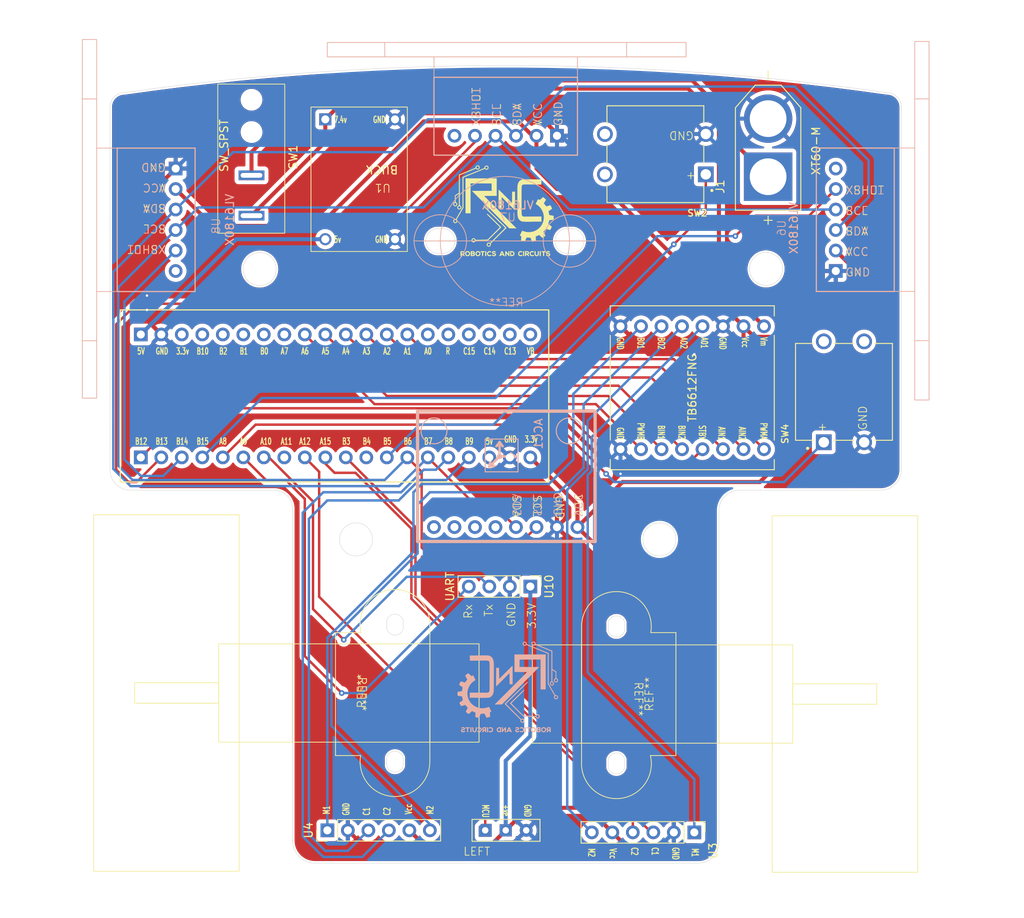
<source format=kicad_pcb>
(kicad_pcb (version 20241229) (generator "pcbnew") (generator_version "9.0")
  (layers (0 "F.Cu" signal) (2 "B.Cu" signal) (13 "F.Paste" user) (15 "B.Paste" user) (5 "F.SilkS" user "F.Silkscreen") (7 "B.SilkS" user "B.Silkscreen") (1 "F.Mask" user) (3 "B.Mask" user) (25 "Edge.Cuts" user))
  (net 0 "")
  (net 1 "3.3v")
  (net 2 "GND")
  (net 3 "SDA")
  (net 4 "SCL")
  (net 5 "push button")
  (net 6 "XSHUT 1")
  (net 7 "XSHUT 2")
  (net 10 "encoder A2")
  (net 11 "STBY")
  (net 12 "encoder A1")
  (net 13 "PWM B")
  (net 15 "encoder B1")
  (net 16 "XSHUT 3")
  (net 22 "BIN2")
  (net 24 "push button 1")
  (net 25 "encoder B2")
  (net 27 "BIN1")
  (net 28 "AIN1")
  (net 29 "AIN2")
  (net 30 "Tx")
  (net 31 "5v")
  (net 34 "PWM A")
  (net 35 "Rx")
  (net 39 "7.4vb")
  (net 40 "AO2")
  (net 41 "AO1")
  (net 42 "BO2")
  (net 43 "BO1")
  (net 44 "7.4v")
  (net 47 "slide_SW")
  (footprint "push button 1:SW_VS-1213-67-160GF" (layer "F.Cu") (at 152.654 33.274 180)
    (property "Reference" "SW2")
    (property "Value" "SW_Push")
  )
  (footprint "XT60:AMASS_XT60-M" (layer "F.Cu") (at 166.624 32.468 90)
    (property "Reference" "J1")
    (property "Value" "XT60-M")
  )
  (footprint "rnc:rnc3" (layer "F.Cu") (at 134.112 40.894)
    (property "Reference" "G***" (hide yes))
    (property "Value" "LOGO" (hide yes))
  )
  (footprint "n20 motor:n20 motor" (layer "F.Cu") (at 118.618 100.072268)
    (property "Reference" "REF**")
    (property "Value" "n20 motor")
  )
  (footprint "slide switch:SLIDE SW" (layer "F.Cu") (at 134.062 120.174)
    (property "Reference" "SW3" (hide yes))
    (property "Value" "SW_SPDT_312" (hide yes))
  )
  (footprint "Connector_PinHeader_2.54mm:PinHeader_1x06_P2.54mm_Vertical" (layer "F.Cu") (at 157.48 117.348 -90)
    (property "Reference" "U3")
    (property "Value" "N20 encoder right")
  )
  (footprint "STM32:STM32" (layer "F.Cu") (at 113.03 62.992)
    (property "Reference" "U2" (hide yes))
    (property "Value" "STM32 Blackpill" (hide yes))
  )
  (footprint "push button 1:SW_VS-1213-67-160GF" (layer "F.Cu") (at 176.022 62.738 90)
    (property "Reference" "SW4")
    (property "Value" "SW_Push")
  )
  (footprint "TB6612FNG:TB6612FNG" (layer "F.Cu") (at 157.226 62.23 -90)
    (property "Reference" "U5" (hide yes))
    (property "Value" "TB6612FNG")
  )
  (footprint "Connector_PinHeader_2.54mm:PinHeader_1x06_P2.54mm_Vertical" (layer "F.Cu") (at 112.014 117.094 90)
    (property "Reference" "U4")
    (property "Value" "N20 encoder left")
  )
  (footprint "Connector_PinHeader_2.54mm:PinHeader_1x04_P2.54mm_Vertical" (layer "F.Cu") (at 137.16 86.868 -90)
    (property "Reference" "U10")
    (property "Value" "UART")
  )
  (footprint "power switch:battery_sw" (layer "F.Cu") (at 102.616 33.709 90)
    (property "Reference" "SW1")
    (property "Value" "SW_SPST")
  )
  (footprint "n20 motor:n20 motor" (layer "F.Cu") (at 149.606 100.199268 180)
    (property "Reference" "REF**")
    (property "Value" "n20 motor")
  )
  (footprint "n20-bracket:Untitled" (layer "F.Cu") (at 152.403732 100.199268 90)
    (property "Reference" "REF**")
    (property "Value" "n20 bracket")
    (fp_line (start 7.874 -5.588) (end 8.89 -5.588) (stroke (width 0.05)) (layer "Edge.Cuts"))
    (fp_line (start -9.112731 -5.588) (end -8.096731 -5.588) (stroke (width 0.05)) (layer "Edge.Cuts"))
    (fp_line (start 7.874004 -3.556) (end 8.89 -3.556) (stroke (width 0.05)) (layer "Edge.Cuts"))
    (fp_line (start -9.112727 -3.556) (end -8.096731 -3.556) (stroke (width 0.05)) (layer "Edge.Cuts"))
    (fp_arc (start 8.89 -5.588) (mid 9.683269 -4.572) (end 8.89 -3.556) (stroke (width 0.05)) (layer "Edge.Cuts"))
    (fp_arc (start -8.096731 -5.588) (mid -7.303462 -4.572) (end -8.096731 -3.556) (stroke (width 0.05)) (layer "Edge.Cuts"))
    (fp_arc (start 7.874 -3.556) (mid 7.080731 -4.572) (end 7.874 -5.588) (stroke (width 0.05)) (layer "Edge.Cuts"))
    (fp_arc (start -9.112731 -3.556) (mid -9.906 -4.572) (end -9.112731 -5.588) (stroke (width 0.05)) (layer "Edge.Cuts"))
  )
  (footprint "n20-bracket:Untitled" (layer "F.Cu") (at 115.820268 100.203 -90)
    (property "Reference" "REF**")
    (property "Value" "n20 bracket")
    (fp_line (start -9.112727 -3.556) (end -8.096731 -3.556) (stroke (width 0.05)) (layer "Edge.Cuts"))
    (fp_line (start 7.874004 -3.556) (end 8.89 -3.556) (stroke (width 0.05)) (layer "Edge.Cuts"))
    (fp_line (start -9.112731 -5.588) (end -8.096731 -5.588) (stroke (width 0.05)) (layer "Edge.Cuts"))
    (fp_line (start 7.874 -5.588) (end 8.89 -5.588) (stroke (width 0.05)) (layer "Edge.Cuts"))
    (fp_arc (start -9.112731 -3.556) (mid -9.906 -4.572) (end -9.112731 -5.588) (stroke (width 0.05)) (layer "Edge.Cuts"))
    (fp_arc (start 7.874 -3.556) (mid 7.080731 -4.572) (end 7.874 -5.588) (stroke (width 0.05)) (layer "Edge.Cuts"))
    (fp_arc (start -8.096731 -5.588) (mid -7.303462 -4.572) (end -8.096731 -3.556) (stroke (width 0.05)) (layer "Edge.Cuts"))
    (fp_arc (start 8.89 -5.588) (mid 9.683269 -4.572) (end 8.89 -3.556) (stroke (width 0.05)) (layer "Edge.Cuts"))
  )
  (footprint "buck:buck" (layer "F.Cu") (at 117.348 33.274)
    (property "Reference" "U1")
    (property "Value" "BUCK")
  )
  (footprint "GY-521:GY-521_SMD" (layer "B.Cu") (at 123.19 81.28 90)
    (property "Reference" "ACC1")
    (property "Value" "GY-521")
  )
  (footprint "VL6180X:VL6180X" (layer "B.Cu") (at 98.928 41.406 -90)
    (property "Reference" "U8")
    (property "Value" "VL6180X")
  )
  (footprint "castor:castor" (layer "B.Cu") (at 134.1882 52.1605 180)
    (property "Reference" "REF**")
    (property "Value" "castor")
    (fp_line (start 7.669213 6.604) (end 8.685213 6.604) (stroke (width 0.05)) (layer "Edge.Cuts"))
    (fp_line (start 7.669212 9.651999) (end 8.685213 9.652) (stroke (width 0.05)) (layer "Edge.Cuts"))
    (fp_line (start -8.332787 6.604) (end -7.316787 6.604) (stroke (width 0.05)) (layer "Edge.Cuts"))
    (fp_line (start -8.332788 9.651999) (end -7.316787 9.652) (stroke (width 0.05)) (layer "Edge.Cuts"))
    (fp_arc (start 8.685213 6.604) (mid 9.976232 8.128) (end 8.685213 9.652) (stroke (width 0.05)) (layer "Edge.Cuts"))
    (fp_arc (start 7.669213 9.652) (mid 6.378189 8.128) (end 7.669213 6.604) (stroke (width 0.05)) (layer "Edge.Cuts"))
    (fp_arc (start -7.316787 6.604) (mid -6.025765 8.128) (end -7.316787 9.652) (stroke (width 0.05)) (layer "Edge.Cuts"))
    (fp_arc (start -8.332787 9.652) (mid -9.623809 8.128) (end -8.332787 6.604) (stroke (width 0.05)) (layer "Edge.Cuts"))
  )
  (footprint "VL6180X:VL6180X" (layer "B.Cu") (at 169.296 41.406 90)
    (property "Reference" "U6")
    (property "Value" "VL6180X")
  )
  (footprint "VL6180X:VL6180X" (layer "B.Cu") (at 134.108 36.698 180)
    (property "Reference" "U7")
    (property "Value" "VL6180X")
  )
  (footprint "rnc:rnc3" (layer "B.Cu") (at 134.084793 99.915692 180)
    (property "Reference" "G***" (hide yes))
    (property "Value" "LOGO" (hide yes))
  )
  (gr_line (start 87.63 74.93) (end 105.41 74.93) (stroke (width 0.05)) (layer "Edge.Cuts"))
  (gr_circle (center 115.57 81.026) (end 117.62 81.026) (stroke (width 0.05)) (fill no) (layer "Edge.Cuts"))
  (gr_arc (start 86.867203 25.64844) (mid 134.111597 22.280613) (end 181.356 25.648326) (stroke (width 0.05)) (layer "Edge.Cuts"))
  (gr_arc (start 181.356 25.648326) (mid 182.617248 26.170752) (end 183.139674 27.432) (stroke (width 0.05)) (layer "Edge.Cuts"))
  (gr_arc (start 85.08444 27.432) (mid 85.606553 26.171112) (end 86.867209 25.64844) (stroke (width 0.05)) (layer "Edge.Cuts"))
  (gr_line (start 85.08444 27.432) (end 85.09 72.39) (stroke (width 0.05)) (layer "Edge.Cuts"))
  (gr_circle (center 153.162 81.026) (end 155.212 81.026) (stroke (width 0.05)) (fill no) (layer "Edge.Cuts"))
  (gr_line (start 160.528 77.47) (end 160.528 118.618) (stroke (width 0.05)) (layer "Edge.Cuts"))
  (gr_arc (start 87.63 74.93) (mid 85.833949 74.186051) (end 85.09 72.39) (stroke (width 0.05)) (layer "Edge.Cuts"))
  (gr_arc (start 105.41 74.93) (mid 107.026446 75.599554) (end 107.696 77.216) (stroke (width 0.05)) (layer "Edge.Cuts"))
  (gr_line (start 183.138774 72.379636) (end 183.139674 27.432) (stroke (width 0.05)) (layer "Edge.Cuts"))
  (gr_circle (center 103.632 47.516) (end 105.682 47.516) (stroke (width 0.05)) (fill no) (layer "Edge.Cuts"))
  (gr_arc (start 160.528 118.618) (mid 159.784051 120.414051) (end 157.988 121.158) (stroke (width 0.05)) (layer "Edge.Cuts"))
  (gr_line (start 107.696 77.216) (end 107.696 118.364) (stroke (width 0.05)) (layer "Edge.Cuts"))
  (gr_arc (start 110.49 121.158) (mid 108.514344 120.339656) (end 107.696 118.364) (stroke (width 0.05)) (layer "Edge.Cuts"))
  (gr_line (start 180.598774 74.919573) (end 163.068 74.93) (stroke (width 0.05)) (layer "Edge.Cuts"))
  (gr_line (start 110.49 121.158) (end 157.988 121.158) (stroke (width 0.05)) (layer "Edge.Cuts"))
  (gr_circle (center 166.37 47.498) (end 168.42 47.498) (stroke (width 0.05)) (fill no) (layer "Edge.Cuts"))
  (gr_arc (start 160.528 77.47) (mid 161.271949 75.673949) (end 163.068 74.93) (stroke (width 0.05)) (layer "Edge.Cuts"))
  (gr_arc (start 183.138774 72.379636) (mid 182.394825 74.175687) (end 180.598774 74.919636) (stroke (width 0.05)) (layer "Edge.Cuts"))
  (gr_text "Tx" (at 132.588 90.678 90) (layer "F.SilkS") (effects (font (size 1 1) (thickness 0.1)) (justify left bottom)))
  (gr_text "3.3V\n" (at 137.922 92.202 90) (layer "F.SilkS") (effects (font (size 1 1) (thickness 0.1)) (justify left bottom)))
  (gr_text "Rx" (at 130.048 90.932 90) (layer "F.SilkS") (effects (font (size 1 1) (thickness 0.1)) (justify left bottom)))
  (gr_text "GND" (at 135.382 91.948 90) (layer "F.SilkS") (effects (font (size 1 1) (thickness 0.1)) (justify left bottom)))
  (segment (start 148.59 73.914) (end 143.002 79.502) (width 0.5) (layer "F.Cu") (net 1))
  (segment (start 137.93 32.52) (end 137.93 35.052) (width 0.5) (layer "F.Cu") (net 1))
  (segment (start 137.93 35.052) (end 140.47 37.592) (width 0.5) (layer "F.Cu") (net 1))
  (segment (start 170.911 55.911) (end 177.546 49.276) (width 0.5) (layer "F.Cu") (net 1))
  (segment (start 165.608 73.914) (end 148.59 73.914) (width 0.5) (layer "F.Cu") (net 1))
  (segment (start 177.546 47.76) (end 175.006 45.22) (width 0.5) (layer "F.Cu") (net 1))
  (segment (start 97.79 42.164) (end 110.998 42.164) (width 0.5) (layer "F.Cu") (net 1))
  (segment (start 168.402 65.024) (end 168.402 71.12) (width 0.5) (layer "F.Cu") (net 1))
  (segment (start 144.272 114.3) (end 147.32 117.348) (width 0.5) (layer "F.Cu") (net 1))
  (segment (start 134.112 117.094) (end 136.906 114.3) (width 0.5) (layer "F.Cu") (net 1))
  (segment (start 137.922 32.512) (end 137.93 32.52) (width 0.5) (layer "F.Cu") (net 1))
  (segment (start 157.988 119.888) (end 159.512 118.364) (width 0.5) (layer "F.Cu") (net 1))
  (segment (start 143.002 76.708) (end 143.002 79.502) (width 0.5) (layer "F.Cu") (net 1))
  (segment (start 168.402 71.12) (end 165.608 73.914) (width 0.5) (layer "F.Cu") (net 1))
  (segment (start 163.576 54.61) (end 163.576 60.198) (width 0.5) (layer "F.Cu") (net 1))
  (segment (start 137.16 70.866) (end 143.002 76.708) (width 0.5) (layer "F.Cu") (net 1))
  (segment (start 110.998 42.164) (end 123.952 29.21) (width 0.5) (layer "F.Cu") (net 1))
  (segment (start 159.512 96.012) (end 143.002 79.502) (width 0.5) (layer "F.Cu") (net 1))
  (segment (start 177.546 49.276) (end 177.546 47.76) (width 0.5) (layer "F.Cu") (net 1))
  (segment (start 136.906 114.3) (end 144.272 114.3) (width 0.5) (layer "F.Cu") (net 1))
  (segment (start 149.86 119.888) (end 157.988 119.888) (width 0.5) (layer "F.Cu") (net 1))
  (segment (start 159.512 118.364) (end 159.512 96.012) (width 0.5) (layer "F.Cu") (net 1))
  (segment (start 147.32 117.348) (end 149.86 119.888) (width 0.5) (layer "F.Cu") (net 1))
  (segment (start 135.636 29.21) (end 137.922 31.496) (width 0.5) (layer "F.Cu") (net 1))
  (segment (start 140.47 37.592) (end 146.558 37.592) (width 0.5) (layer "F.Cu") (net 1))
  (segment (start 93.218 37.592) (end 97.79 42.164) (width 0.5) (layer "F.Cu") (net 1))
  (segment (start 146.558 37.592) (end 163.576 54.61) (width 0.5) (layer "F.Cu") (net 1))
  (segment (start 163.576 54.61) (end 164.877 55.911) (width 0.5) (layer "F.Cu") (net 1))
  (segment (start 163.576 60.198) (end 168.402 65.024) (width 0.5) (layer "F.Cu") (net 1))
  (segment (start 164.877 55.911) (end 170.911 55.911) (width 0.5) (layer "F.Cu") (net 1))
  (segment (start 137.922 31.496) (end 137.922 32.512) (width 0.5) (layer "F.Cu") (net 1))
  (segment (start 123.952 29.21) (end 135.636 29.21) (width 0.5) (layer "F.Cu") (net 1))
  (segment (start 134.112 117.094) (end 132.08 119.126) (width 0.5) (layer "F.Cu") (net 1))
  (segment (start 132.08 119.126) (end 124.206 119.126) (width 0.5) (layer "F.Cu") (net 1))
  (segment (start 124.206 119.126) (end 122.174 117.094) (width 0.5) (layer "F.Cu") (net 1))
  (segment (start 137.16 86.868) (end 137.16 105.41) (width 0.5) (layer "B.Cu") (net 1))
  (segment (start 134.112 108.458) (end 134.112 117.094) (width 0.5) (layer "B.Cu") (net 1))
  (segment (start 137.16 105.41) (end 134.112 108.458) (width 0.5) (layer "B.Cu") (net 1))
  (segment (start 180.594 66.916) (end 178.522 68.988) (width 0.5) (layer "F.Cu") (net 2))
  (segment (start 136.144 26.416) (end 140.462 30.734) (width 0.5) (layer "F.Cu") (net 2))
  (segment (start 89.662 38.608) (end 93.218 35.052) (width 0.5) (layer "F.Cu") (net 2))
  (segment (start 151.799 58.073) (end 157.48 58.073) (width 0.5) (layer "F.Cu") (net 2))
  (segment (start 122.936 26.416) (end 136.144 26.416) (width 0.5) (layer "F.Cu") (net 2))
  (segment (start 148.336 54.61) (end 151.799 58.073) (width 0.5) (layer "F.Cu") (net 2))
  (segment (start 180.594 37.084) (end 180.594 66.916) (width 0.5) (layer "F.Cu") (net 2))
  (segment (start 157.573 58.073) (end 161.036 54.61) (width 0.5) (layer "F.Cu") (net 2))
  (segment (start 114.554 117.094) (end 117.602 120.142) (width 0.5) (layer "F.Cu") (net 2))
  (segment (start 134.62 85.344) (end 140.462 79.502) (width 0.5) (layer "F.Cu") (net 2))
  (segment (start 147.535 73.699) (end 148.336 72.898) (width 0.5) (layer "F.Cu") (net 2))
  (segment (start 91.44 55.626) (end 89.662 53.848) (width 0.5) (layer "F.Cu") (net 2))
  (segment (start 140.462 76.708) (end 140.462 79.502) (width 0.5) (layer "F.Cu") (net 2))
  (segment (start 117.602 120.142) (end 133.604 120.142) (width 0.5) (layer "F.Cu") (net 2))
  (segment (start 140.462 79.502) (end 143.764 82.804) (width 0.5) (layer "F.Cu") (net 2))
  (segment (start 140.462 30.734) (end 140.462 30.988) (width 0.5) (layer "F.Cu") (net 2))
  (segment (start 154.94 107.95) (end 154.94 117.348) (width 0.5) (layer "F.Cu") (net 2))
  (segment (start 89.662 53.848) (end 89.662 52.578) (width 0.5) (layer "F.Cu") (net 2))
  (segment (start 166.624 28.868) (end 170.522 32.766) (width 0.5) (layer "F.Cu") (net 2))
  (segment (start 143.041 73.699) (end 147.535 73.699) (width 0.5) (layer "F.Cu") (net 2))
  (segment (start 134.62 70.866) (end 136.652 68.834) (width 0.5) (layer "F.Cu") (net 2))
  (segment (start 134.62 86.868) (end 134.62 85.344) (width 0.5) (layer "F.Cu") (net 2))
  (segment (start 136.652 68.834) (end 138.176 68.834) (width 0.5) (layer "F.Cu") (net 2))
  (segment (start 143.764 82.804) (end 143.764 96.774) (width 0.5) (layer "F.Cu") (net 2))
  (segment (start 176.276 32.766) (end 180.594 37.084) (width 0.5) (layer "F.Cu") (net 2))
  (segment (start 134.62 70.866) (end 140.462 76.708) (width 0.5) (layer "F.Cu") (net 2))
  (segment (start 138.176 68.834) (end 143.041 73.699) (width 0.5) (layer "F.Cu") (net 2))
  (segment (start 170.522 32.766) (end 176.276 32.766) (width 0.5) (layer "F.Cu") (net 2))
  (segment (start 133.604 120.142) (end 136.652 117.094) (width 0.5) (layer "F.Cu") (net 2))
  (segment (start 143.764 96.774) (end 154.94 107.95) (width 0.5) (layer "F.Cu") (net 2))
  (segment (start 157.48 58.073) (end 157.573 58.073) (width 0.5) (layer "F.Cu") (net 2))
  (segment (start 120.396 28.956) (end 122.936 26.416) (width 0.5) (layer "F.Cu") (net 2))
  (segment (start 89.662 50.8) (end 89.662 38.608) (width 0.5) (layer "F.Cu") (net 2))
  (via (at 89.662 50.8) (size 0.7) (drill 0.3) (layers "F.Cu" "B.Cu") (net 2))
  (via (at 89.662 52.578) (size 0.7) (drill 0.3) (layers "F.Cu" "B.Cu") (net 2))
  (via (at 148.336 72.898) (size 0.7) (drill 0.3) (layers "F.Cu" "B.Cu") (net 2))
  (via (at 157.48 58.073) (size 0.7) (drill 0.3) (layers "F.Cu" "B.Cu") (net 2))
  (segment (start 93.218 35.052) (end 99.568 28.702) (width 0.5) (layer "B.Cu") (net 2))
  (segment (start 140.462 113.284) (end 140.462 79.502) (width 0.5) (layer "B.Cu") (net 2))
  (segment (start 140.97 30.988) (end 143.256 33.274) (width 0.5) (layer "B.Cu") (net 2))
  (segment (start 136.652 117.094) (end 139.192 119.634) (width 0.5) (layer "B.Cu") (net 2))
  (segment (start 152.654 119.634) (end 154.94 117.348) (width 0.5) (layer "B.Cu") (net 2))
  (segment (start 176.53 53.34) (end 176.53 66.996) (width 0.5) (layer "B.Cu") (net 2))
  (segment (start 162.56 53.086) (end 169.672 53.086) (width 0.5) (layer "B.Cu") (net 2))
  (segment (start 149.387331 30.774) (end 158.904 30.774) (width 0.5) (layer "B.Cu") (net 2))
  (segment (start 136.652 117.094) (end 140.462 113.284) (width 0.5) (layer "B.Cu") (net 2))
  (segment (start 175.006 51.816) (end 176.53 53.34) (width 0.5) (layer "B.Cu") (net 2))
  (segment (start 161.036 54.61) (end 162.56 53.086) (width 0.5) (layer "B.Cu") (net 2))
  (segment (start 176.53 66.996) (end 178.522 68.988) (width 0.5) (layer "B.Cu") (net 2))
  (segment (start 143.256 33.274) (end 146.887331 33.274) (width 0.5) (layer "B.Cu") (net 2))
  (segment (start 112.395 51.816) (end 120.396 43.815) (width 0.5) (layer "B.Cu") (net 2))
  (segment (start 140.462 30.988) (end 140.97 30.988) (width 0.5) (layer "B.Cu") (net 2))
  (segment (start 91.44 55.626) (end 95.25 51.816) (width 0.5) (layer "B.Cu") (net 2))
  (segment (start 169.672 53.086) (end 174.998 47.76) (width 0.5) (layer "B.Cu") (net 2))
  (segment (start 99.568 28.702) (end 105.918 28.702) (width 0.5) (layer "B.Cu") (net 2))
  (segment (start 146.887331 33.274) (end 149.387331 30.774) (width 0.5) (layer "B.Cu") (net 2))
  (segment (start 139.192 119.634) (end 152.654 119.634) (width 0.5) (layer "B.Cu") (net 2))
  (segment (start 158.904 30.774) (end 160.81 28.868) (width 0.5) (layer "B.Cu") (net 2))
  (segment (start 95.25 51.816) (end 112.395 51.816) (width 0.5) (layer "B.Cu") (net 2))
  (segment (start 148.336 69.85) (end 157.48 60.706) (width 0.5) (layer "B.Cu") (net 2))
  (segment (start 174.998 47.76) (end 175.006 47.76) (width 0.5) (layer "B.Cu") (net 2))
  (segment (start 175.006 47.76) (end 175.006 51.816) (width 0.5) (layer "B.Cu") (net 2))
  (segment (start 105.918 28.702) (end 108.712 31.496) (width 0.5) (layer "B.Cu") (net 2))
  (segment (start 117.856 31.496) (end 120.396 28.956) (width 0.5) (layer "B.Cu") (net 2))
  (segment (start 148.336 69.85) (end 148.336 72.898) (width 0.5) (layer "B.Cu") (net 2))
  (segment (start 108.712 31.496) (end 117.856 31.496) (width 0.5) (layer "B.Cu") (net 2))
  (segment (start 157.48 60.706) (end 157.48 58.073) (width 0.5) (layer "B.Cu") (net 2))
  (segment (start 160.81 28.868) (end 166.624 28.868) (width 0.5) (layer "B.Cu") (net 2))
  (segment (start 89.662 52.578) (end 89.662 50.8) (width 0.5) (layer "B.Cu") (net 2))
  (segment (start 130.302 76.708) (end 124.46 70.866) (width 0.3) (layer "F.Cu") (net 3))
  (segment (start 135.382 79.502) (end 132.588 76.708) (width 0.3) (layer "F.Cu") (net 3))
  (segment (start 132.588 76.708) (end 130.302 76.708) (width 0.3) (layer "F.Cu") (net 3))
  (segment (start 93.218 40.132) (end 85.491966 47.858034) (width 0.3) (layer "B.Cu") (net 3))
  (segment (start 87.63 74.422) (end 120.904 74.422) (width 0.3) (layer "B.Cu") (net 3))
  (segment (start 133.35 28.956) (end 135.382 30.988) (width 0.3) (layer "B.Cu") (net 3))
  (segment (start 175.006 42.68) (end 179.07 38.616) (width 0.3) (layer "B.Cu") (net 3))
  (segment (start 141.478 24.892) (end 135.382 30.988) (width 0.3) (layer "B.Cu") (net 3))
  (segment (start 135.382 30.988) (end 135.382 30.734) (width 0.3) (layer "B.Cu") (net 3))
  (segment (start 100.33 33.02) (end 120.396 33.02) (width 0.3) (layer "B.Cu") (net 3))
  (segment (start 85.491966 47.858034) (end 85.494988 72.286988) (width 0.3) (layer "B.Cu") (net 3))
  (segment (start 120.904 74.422) (end 124.46 70.866) (width 0.3) (layer "B.Cu") (net 3))
  (segment (start 120.396 33.02) (end 124.46 28.956) (width 0.3) (layer "B.Cu") (net 3))
  (segment (start 124.46 28.956) (end 133.35 28.956) (width 0.3) (layer "B.Cu") (net 3))
  (segment (start 179.07 38.616) (end 179.07 34.036) (width 0.3) (layer "B.Cu") (net 3))
  (segment (start 93.218 40.132) (end 100.33 33.02) (width 0.3) (layer "B.Cu") (net 3))
  (segment (start 169.926 24.892) (end 141.478 24.892) (width 0.3) (layer "B.Cu") (net 3))
  (segment (start 85.494988 72.286988) (end 87.63 74.422) (width 0.3) (layer "B.Cu") (net 3))
  (segment (start 179.07 34.036) (end 169.926 24.892) (width 0.3) (layer "B.Cu") (net 3))
  (segment (start 134.112 83.312) (end 137.922 79.502) (width 0.3) (layer "F.Cu") (net 4))
  (segment (start 123.698 82.042) (end 124.968 83.312) (width 0.3) (layer "F.Cu") (net 4))
  (segment (start 121.92 70.866) (end 123.698 72.644) (width 0.3) (layer "F.Cu") (net 4))
  (segment (start 123.698 72.644) (end 123.698 82.042) (width 0.3) (layer "F.Cu") (net 4))
  (segment (start 124.968 83.312) (end 134.112 83.312) (width 0.3) (layer "F.Cu") (net 4))
  (segment (start 86.106 49.784) (end 86.106 71.882) (width 0.3) (layer "B.Cu") (net 4))
  (segment (start 175.006 40.14) (end 141.994 40.14) (width 0.3) (layer "B.Cu") (net 4))
  (segment (start 141.994 40.14) (end 132.842 30.988) (width 0.3) (layer "B.Cu") (net 4))
  (segment (start 93.218 42.672) (end 86.106 49.784) (width 0.3) (layer "B.Cu") (net 4))
  (segment (start 86.106 71.882) (end 87.884 73.66) (width 0.3) (layer "B.Cu") (net 4))
  (segment (start 123.952 39.878) (end 132.842 30.988) (width 0.3) (layer "B.Cu") (net 4))
  (segment (start 119.126 73.66) (end 121.92 70.866) (width 0.3) (layer "B.Cu") (net 4))
  (segment (start 96.012 39.878) (end 123.952 39.878) (width 0.3) (layer "B.Cu") (net 4))
  (segment (start 87.884 73.66) (end 119.126 73.66) (width 0.3) (layer "B.Cu") (net 4))
  (segment (start 93.218 42.672) (end 96.012 39.878) (width 0.3) (layer "B.Cu") (net 4))
  (segment (start 140.462 66.802) (end 103.124 66.802) (width 0.3) (layer "F.Cu") (net 5))
  (segment (start 103.124 66.802) (end 99.06 70.866) (width 0.3) (layer "F.Cu") (net 5))
  (segment (start 146.558 72.898) (end 140.462 66.802) (width 0.3) (layer "F.Cu") (net 5))
  (via (at 146.558 72.898) (size 0.7) (drill 0.3) (layers "F.Cu" "B.Cu") (net 5))
  (segment (start 147.574 73.914) (end 146.558 72.898) (width 0.3) (layer "B.Cu") (net 5))
  (segment (start 173.522 68.988) (end 168.596 73.914) (width 0.3) (layer "B.Cu") (net 5))
  (segment (start 168.596 73.914) (end 147.574 73.914) (width 0.3) (layer "B.Cu") (net 5))
  (segment (start 88.392 51.816) (end 85.852 54.356) (width 0.3) (layer "F.Cu") (net 6))
  (segment (start 130.302 31.75) (end 110.236 51.816) (width 0.3) (layer "F.Cu") (net 6))
  (segment (start 130.302 30.988) (end 130.302 31.75) (width 0.3) (layer "F.Cu") (net 6))
  (segment (start 88.392 73.914) (end 91.44 70.866) (width 0.3) (layer "F.Cu") (net 6))
  (segment (start 85.852 72.39) (end 87.376 73.914) (width 0.3) (layer "F.Cu") (net 6))
  (segment (start 87.376 73.914) (end 88.392 73.914) (width 0.3) (layer "F.Cu") (net 6))
  (segment (start 85.852 54.356) (end 85.852 72.39) (width 0.3) (layer "F.Cu") (net 6))
  (segment (start 110.236 51.816) (end 88.392 51.816) (width 0.3) (layer "F.Cu") (net 6))
  (segment (start 86.868 51.562) (end 86.868 71.12) (width 0.3) (layer "B.Cu") (net 7))
  (segment (start 93.218 45.212) (end 86.868 51.562) (width 0.3) (layer "B.Cu") (net 7))
  (segment (start 91.687 73.159) (end 93.98 70.866) (width 0.3) (layer "B.Cu") (net 7))
  (segment (start 88.907 73.159) (end 91.687 73.159) (width 0.3) (layer "B.Cu") (net 7))
  (segment (start 86.868 71.12) (end 88.907 73.159) (width 0.3) (layer "B.Cu") (net 7))
  (segment (start 129.54 70.866) (end 126.739 73.667) (width 0.3) (layer "B.Cu") (net 10))
  (segment (start 114.554 119.634) (end 117.094 117.094) (width 0.3) (layer "B.Cu") (net 10))
  (segment (start 112.014 76.2) (end 109.728 78.486) (width 0.3) (layer "B.Cu") (net 10))
  (segment (start 120.85052 76.2) (end 112.014 76.2) (width 0.3) (layer "B.Cu") (net 10))
  (segment (start 109.728 78.486) (end 109.728 117.602) (width 0.3) (layer "B.Cu") (net 10))
  (segment (start 126.739 73.667) (end 123.38352 73.667) (width 0.3) (layer "B.Cu") (net 10))
  (segment (start 111.76 119.634) (end 114.554 119.634) (width 0.3) (layer "B.Cu") (net 10))
  (segment (start 123.38352 73.667) (end 120.85052 76.2) (width 0.3) (layer "B.Cu") (net 10))
  (segment (start 109.728 117.602) (end 111.76 119.634) (width 0.3) (layer "B.Cu") (net 10))
  (segment (start 94.996 64.77) (end 140.97 64.77) (width 0.3) (layer "F.Cu") (net 11))
  (segment (start 156.464 71.882) (end 158.496 69.85) (width 0.3) (layer "F.Cu") (net 11))
  (segment (start 88.9 70.866) (end 94.996 64.77) (width 0.3) (layer "F.Cu") (net 11))
  (segment (start 140.97 64.77) (end 148.082 71.882) (width 0.3) (layer "F.Cu") (net 11))
  (segment (start 148.082 71.882) (end 156.464 71.882) (width 0.3) (layer "F.Cu") (net 11))
  (segment (start 122.936 88.138) (end 152.146 117.348) (width 0.3) (layer "F.Cu") (net 12))
  (segment (start 122.936 79.502) (end 122.936 88.138) (width 0.3) (layer "F.Cu") (net 12))
  (segment (start 152.146 117.348) (end 152.4 117.348) (width 0.3) (layer "F.Cu") (net 12))
  (segment (start 114.3 70.866) (end 122.936 79.502) (width 0.3) (layer "F.Cu") (net 12))
  (segment (start 145.288 64.262) (end 150.876 69.85) (width 0.3) (layer "F.Cu") (net 13))
  (segment (start 117.856 64.262) (end 145.288 64.262) (width 0.3) (layer "F.Cu") (net 13))
  (segment (start 109.22 55.626) (end 117.856 64.262) (width 0.3) (layer "F.Cu") (net 13))
  (segment (start 122.428 79.70252) (end 122.428 88.392) (width 0.3) (layer "F.Cu") (net 15))
  (segment (start 111.76 70.866) (end 111.76 71.628) (width 0.3) (layer "F.Cu") (net 15))
  (segment (start 115.49648 72.771) (end 122.428 79.70252) (width 0.3) (layer "F.Cu") (net 15))
  (segment (start 122.428 88.392) (end 149.86 115.824) (width 0.3) (layer "F.Cu") (net 15))
  (segment (start 111.76 71.628) (end 112.903 72.771) (width 0.3) (layer "F.Cu") (net 15))
  (segment (start 149.86 115.824) (end 149.86 117.348) (width 0.3) (layer "F.Cu") (net 15))
  (segment (start 112.903 72.771) (end 115.49648 72.771) (width 0.3) (layer "F.Cu") (net 15))
  (segment (start 165.1 40.894) (end 162.56 43.434) (width 0.3) (layer "F.Cu") (net 16))
  (segment (start 175.006 37.6) (end 171.712 40.894) (width 0.3) (layer "F.Cu") (net 16))
  (segment (start 171.712 40.894) (end 165.1 40.894) (width 0.3) (layer "F.Cu") (net 16))
  (via (at 162.56 43.434) (size 0.7) (drill 0.3) (layers "F.Cu" "B.Cu") (net 16))
  (segment (start 103.886 63.5) (end 96.52 70.866) (width 0.3) (layer "B.Cu") (net 16))
  (segment (start 152.908 43.434) (end 132.842 63.5) (width 0.3) (layer "B.Cu") (net 16))
  (segment (start 132.842 63.5) (end 103.886 63.5) (width 0.3) (layer "B.Cu") (net 16))
  (segment (start 162.56 43.434) (end 152.908 43.434) (width 0.3) (layer "B.Cu") (net 16))
  (segment (start 146.812 63.246) (end 153.416 69.85) (width 0.3) (layer "F.Cu") (net 22))
  (segment (start 119.38 63.246) (end 146.812 63.246) (width 0.3) (layer "F.Cu") (net 22))
  (segment (start 111.76 55.626) (end 119.38 63.246) (width 0.3) (layer "F.Cu") (net 22))
  (segment (start 158.904 40.486) (end 158.904 35.774) (width 0.3) (layer "F.Cu") (net 24))
  (segment (start 154.94 44.45) (end 158.904 40.486) (width 0.3) (layer "F.Cu") (net 24))
  (via (at 154.94 44.45) (size 0.7) (drill 0.3) (layers "F.Cu" "B.Cu") (net 24))
  (segment (start 123.444 66.802) (end 132.588 66.802) (width 0.3) (layer "B.Cu") (net 24))
  (segment (start 132.588 66.802) (end 154.94 44.45) (width 0.3) (layer "B.Cu") (net 24))
  (segment (start 119.38 70.866) (end 123.444 66.802) (width 0.3) (layer "B.Cu") (net 24))
  (segment (start 127 70.866) (end 125.476 72.39) (width 0.3) (layer "B.Cu") (net 25))
  (segment (start 123.952 72.39) (end 121.158 75.184) (width 0.3) (layer "B.Cu") (net 25))
  (segment (start 111.506 120.396) (end 116.332 120.396) (width 0.3) (layer "B.Cu") (net 25))
  (segment (start 111.506 75.184) (end 108.966 77.724) (width 0.3) (layer "B.Cu") (net 25))
  (segment (start 121.158 75.184) (end 111.506 75.184) (width 0.3) (layer "B.Cu") (net 25))
  (segment (start 108.966 77.724) (end 108.966 117.856) (width 0.3) (layer "B.Cu") (net 25))
  (segment (start 108.966 117.856) (end 111.506 120.396) (width 0.3) (layer "B.Cu") (net 25))
  (segment (start 116.332 120.396) (end 119.634 117.094) (width 0.3) (layer "B.Cu") (net 25))
  (segment (start 125.476 72.39) (end 123.952 72.39) (width 0.3) (layer "B.Cu") (net 25))
  (segment (start 148.082 61.976) (end 155.956 69.85) (width 0.3) (layer "F.Cu") (net 27))
  (segment (start 114.3 55.626) (end 120.65 61.976) (width 0.3) (layer "F.Cu") (net 27))
  (segment (start 120.65 61.976) (end 148.082 61.976) (width 0.3) (layer "F.Cu") (net 27))
  (segment (start 116.84 55.626) (end 122.174 60.96) (width 0.3) (layer "F.Cu") (net 28))
  (segment (start 122.174 60.96) (end 152.146 60.96) (width 0.3) (layer "F.Cu") (net 28))
  (segment (start 152.146 60.96) (end 161.036 69.85) (width 0.3) (layer "F.Cu") (net 28))
  (segment (start 153.416 59.69) (end 163.576 69.85) (width 0.3) (layer "F.Cu") (net 29))
  (segment (start 119.38 55.626) (end 123.444 59.69) (width 0.3) (layer "F.Cu") (net 29))
  (segment (start 123.444 59.69) (end 153.416 59.69) (width 0.3) (layer "F.Cu") (net 29))
  (segment (start 109.22 76.014911) (end 106.865089 73.66) (width 0.3) (layer "F.Cu") (net 30))
  (segment (start 113.792 100.076) (end 109.22 95.504) (width 0.3) (layer "F.Cu") (net 30))
  (segment (start 104.394 73.66) (end 101.6 70.866) (width 0.3) (layer "F.Cu") (net 30))
  (segment (start 109.22 95.504) (end 109.22 76.014911) (width 0.3) (layer "F.Cu") (net 30))
  (segment (start 106.865089 73.66) (end 104.394 73.66) (width 0.3) (layer "F.Cu") (net 30))
  (via (at 113.792 100.076) (size 0.7) (drill 0.3) (layers "F.Cu" "B.Cu") (net 30))
  (segment (start 116.332 100.076) (end 113.792 100.076) (width 0.3) (layer "B.Cu") (net 30))
  (segment (start 129.54 86.868) (end 116.332 100.076) (width 0.3) (layer "B.Cu") (net 30))
  (segment (start 88.9 55.626) (end 100.711 43.815) (width 0.5) (layer "B.Cu") (net 31))
  (segment (start 100.711 43.815) (end 111.76 43.815) (width 0.5) (layer "B.Cu") (net 31))
  (segment (start 154.94 58.674) (end 166.116 69.85) (width 0.3) (layer "F.Cu") (net 34))
  (segment (start 121.92 55.626) (end 124.968 58.674) (width 0.3) (layer "F.Cu") (net 34))
  (segment (start 124.968 58.674) (end 154.94 58.674) (width 0.3) (layer "F.Cu") (net 34))
  (segment (start 110.236 89.662) (end 110.236 76.32239) (width 0.3) (layer "F.Cu") (net 35))
  (segment (start 114.046 93.472) (end 110.236 89.662) (width 0.3) (layer "F.Cu") (net 35))
  (segment (start 104.77961 70.866) (end 104.14 70.866) (width 0.3) (layer "F.Cu") (net 35))
  (segment (start 110.236 76.32239) (end 104.77961 70.866) (width 0.3) (layer "F.Cu") (net 35))
  (via (at 114.046 93.472) (size 0.7) (drill 0.3) (layers "F.Cu" "B.Cu") (net 35))
  (segment (start 130.879 85.667) (end 121.851 85.667) (width 0.3) (layer "B.Cu") (net 35))
  (segment (start 121.851 85.667) (end 114.046 93.472) (width 0.3) (layer "B.Cu") (net 35))
  (segment (start 132.08 86.868) (end 130.879 85.667) (width 0.3) (layer "B.Cu") (net 35))
  (segment (start 160.528 49.022) (end 166.116 54.61) (width 0.5) (layer "F.Cu") (net 39))
  (segment (start 111.76 31.75) (end 111.76 28.956) (width 0.5) (layer "F.Cu") (net 39))
  (segment (start 102.616 40.894) (end 111.76 31.75) (width 0.5) (layer "F.Cu") (net 39))
  (segment (start 156.718 25.146) (end 160.528 28.956) (width 0.5) (layer "F.Cu") (net 39))
  (segment (start 160.528 28.956) (end 160.528 49.022) (width 0.5) (layer "F.Cu") (net 39))
  (segment (start 111.76 28.956) (end 115.57 25.146) (width 0.5) (layer "F.Cu") (net 39))
  (segment (start 115.57 25.146) (end 156.718 25.146) (width 0.5) (layer "F.Cu") (net 39))
  (segment (start 143.97152 72.637) (end 141.732 74.87652) (width 0.3) (layer "B.Cu") (net 40))
  (segment (start 141.732 74.87652) (end 141.732 114.3) (width 0.3) (layer "B.Cu") (net 40))
  (segment (start 144.265 66.301) (end 144.265 71.92848) (width 0.3) (layer "B.Cu") (net 40))
  (segment (start 155.956 54.61) (end 144.265 66.301) (width 0.3) (layer "B.Cu") (net 40))
  (segment (start 144.265 72.34352) (end 144.265 72.343521) (width 0.3) (layer "B.Cu") (net 40))
  (segment (start 141.732 114.3) (end 144.78 117.348) (width 0.3) (layer "B.Cu") (net 40))
  (segment (start 144.265 71.92848) (end 144.265 72.34352) (width 0.3) (layer "B.Cu") (net 40))
  (segment (start 144.265 72.34352) (end 143.971521 72.637) (width 0.3) (layer "B.Cu") (net 40))
  (segment (start 143.971521 72.637) (end 143.97152 72.637) (width 0.3) (layer "B.Cu") (net 40))
  (segment (start 144.472522 72.844522) (end 144.272 73.045044) (width 0.3) (layer "B.Cu") (net 41))
  (segment (start 144.766 68.34) (end 144.766 71.720959) (width 0.3) (layer "B.Cu") (net 41))
  (segment (start 144.766 72.135999) (end 144.766 72.136001) (width 0.3) (layer "B.Cu") (net 41))
  (segment (start 144.272 73.045044) (end 144.272 97.536) (width 0.3) (layer "B.Cu") (net 41))
  (segment (start 157.48 110.744) (end 157.48 117.348) (width 0.3) (layer "B.Cu") (net 41))
  (segment (start 144.766 72.551041) (end 144.766 72.551042) (width 0.3) (layer "B.Cu") (net 41))
  (segment (start 144.766 72.551041) (end 144.766 72.55104) (width 0.3) (layer "B.Cu") (net 41))
  (segment (start 158.496 54.61) (end 144.766 68.34) (width 0.3) (layer "B.Cu") (net 41))
  (segment (start 144.472521 72.84452) (end 144.472522 72.844522) (width 0.3) (layer "B.Cu") (net 41))
  (segment (start 144.766 71.720959) (end 144.766 72.135999) (width 0.3) (layer "B.Cu") (net 41))
  (segment (start 144.272 97.536) (end 157.48 110.744) (width 0.3) (layer "B.Cu") (net 41))
  (segment (start 144.766 72.136001) (end 144.766 72.551041) (width 0.3) (layer "B.Cu") (net 41))
  (segment (start 144.766 72.551042) (end 144.531217 72.785824) (width 0.3) (layer "B.Cu") (net 41))
  (segment (start 144.47252 72.84452) (end 144.472521 72.84452) (width 0.3) (layer "B.Cu") (net 41))
  (segment (start 144.472522 72.844519) (end 144.47252 72.84452) (width 0.3) (layer "B.Cu") (net 41))
  (segment (start 144.531217 72.785824) (end 144.472522 72.844519) (width 0.3) (layer "B.Cu") (net 41))
  (segment (start 123.19 82.55) (end 123.183 82.557) (width 0.3) (layer "B.Cu") (net 42))
  (segment (start 140.716 75.184) (end 124.714 75.184) (width 0.3) (layer "B.Cu") (net 42))
  (segment (start 143.764 72.136) (end 140.716 75.184) (width 0.3) (layer "B.Cu") (net 42))
  (segment (start 124.714 75.184) (end 123.19 76.708) (width 0.3) (layer "B.Cu") (net 42))
  (segment (start 112.522 93.418521) (end 112.522 104.14) (width 0.3) (layer "B.Cu") (net 42))
  (segment (start 123.183 82.75752) (end 123.183 82.757521) (width 0.3) (layer "B.Cu") (net 42))
  (segment (start 143.764 64.262) (end 143.764 72.136) (width 0.3) (layer "B.Cu") (net 42))
  (segment (start 123.183 82.75752) (end 112.522 93.418521) (width 0.3) (layer "B.Cu") (net 42))
  (segment (start 112.522 104.14) (end 124.714 116.332) (width 0.3) (layer "B.Cu") (net 42))
  (segment (start 124.714 116.332) (end 124.714 117.094) (width 0.3) (layer "B.Cu") (net 42))
  (segment (start 153.416 54.61) (end 143.764 64.262) (width 0.3) (layer "B.Cu") (net 42))
  (segment (start 123.183 82.557) (end 123.183 82.75752) (width 0.3) (layer "B.Cu") (net 42))
  (segment (start 123.19 76.708) (end 123.19 82.55) (width 0.3) (layer "B.Cu") (net 42))
  (segment (start 122.682 82.55) (end 112.014 93.218) (width 0.3) (layer "B.Cu") (net 43))
  (segment (start 122.682 75.184) (end 122.682 82.55) (width 0.3) (layer "B.Cu") (net 43))
  (segment (start 142.494 62.992) (end 142.494 71.12) (width 0.3) (layer "B.Cu") (net 43))
  (segment (start 150.876 54.61) (end 142.494 62.992) (width 0.3) (layer "B.Cu") (net 43))
  (segment (start 123.698 74.168) (end 122.682 75.184) (width 0.3) (layer "B.Cu") (net 43))
  (segment (start 142.494 71.12) (end 139.446 74.168) (width 0.3) (layer "B.Cu") (net 43))
  (segment (start 112.014 93.218) (end 112.014 117.094) (width 0.3) (layer "B.Cu") (net 43))
  (segment (start 139.446 74.168) (end 123.698 74.168) (width 0.3) (layer "B.Cu") (net 43))
  (segment (start 161.798 31.242) (end 161.798 28.702) (width 0.5) (layer "F.Cu") (net 44))
  (segment (start 161.798 28.702) (end 157.226 24.13) (width 0.5) (layer "F.Cu") (net 44))
  (segment (start 111.506 24.13) (end 102.616 33.02) (width 0.5) (layer "F.Cu") (net 44))
  (segment (start 157.226 24.13) (end 111.506 24.13) (width 0.5) (layer "F.Cu") (net 44))
  (segment (start 166.624 36.068) (end 161.798 31.242) (width 0.5) (layer "F.Cu") (net 44))
  (segment (start 102.616 33.02) (end 102.616 35.894) (width 0.5) (layer "F.Cu") (net 44))
  (segment (start 131.572 108.712) (end 131.572 117.094) (width 0.3) (layer "F.Cu") (net 47))
  (segment (start 110.998 88.138) (end 131.572 108.712) (width 0.3) (layer "F.Cu") (net 47))
  (segment (start 110.998 72.644) (end 110.998 88.138) (width 0.3) (layer "F.Cu") (net 47))
  (segment (start 109.22 70.866) (end 110.998 72.644) (width 0.3) (layer "F.Cu") (net 47))
  (zone (net 2) (net_name "GND") (layers "F.Cu" "B.Cu") (connect_pads (clearance 0.5)) (min_thickness 0.25) (fill yes (thermal_gap 0.5) (thermal_bridge_width 0.5))
    (polygon (pts (xy 71.455017 14.681756) (xy 195.303687 14.160288) (xy 198.351329 126.923105) (xy 73.233017 127.965756)))
  )
)
</source>
